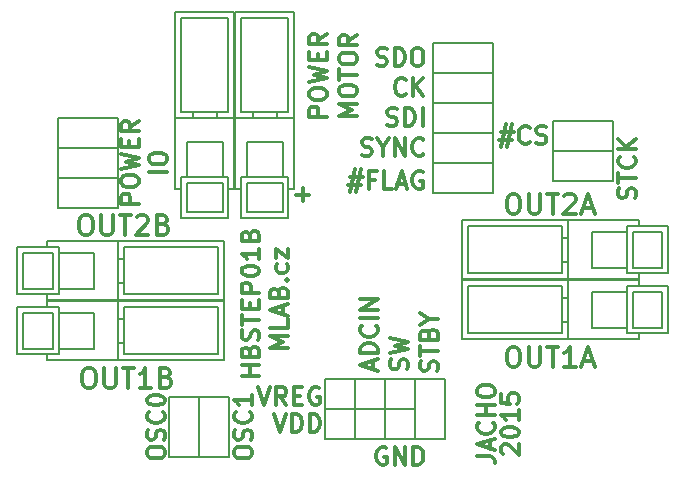
<source format=gbr>
G04 #@! TF.FileFunction,Legend,Top*
%FSLAX46Y46*%
G04 Gerber Fmt 4.6, Leading zero omitted, Abs format (unit mm)*
G04 Created by KiCad (PCBNEW 0.201503251001+5534~22~ubuntu14.04.1-product) date Čt 26. březen 2015, 00:04:57 CET*
%MOMM*%
G01*
G04 APERTURE LIST*
%ADD10C,0.300000*%
%ADD11C,0.150000*%
G04 APERTURE END LIST*
D10*
X30726286Y33246286D02*
X30654857Y33174857D01*
X30440571Y33103429D01*
X30297714Y33103429D01*
X30083429Y33174857D01*
X29940571Y33317714D01*
X29869143Y33460571D01*
X29797714Y33746286D01*
X29797714Y33960571D01*
X29869143Y34246286D01*
X29940571Y34389143D01*
X30083429Y34532000D01*
X30297714Y34603429D01*
X30440571Y34603429D01*
X30654857Y34532000D01*
X30726286Y34460571D01*
X31369143Y33103429D02*
X31369143Y34603429D01*
X32226286Y33103429D02*
X31583429Y33960571D01*
X32226286Y34603429D02*
X31369143Y33746286D01*
X16196571Y2758572D02*
X16196571Y3044286D01*
X16268000Y3187144D01*
X16410857Y3330001D01*
X16696571Y3401429D01*
X17196571Y3401429D01*
X17482286Y3330001D01*
X17625143Y3187144D01*
X17696571Y3044286D01*
X17696571Y2758572D01*
X17625143Y2615715D01*
X17482286Y2472858D01*
X17196571Y2401429D01*
X16696571Y2401429D01*
X16410857Y2472858D01*
X16268000Y2615715D01*
X16196571Y2758572D01*
X17625143Y3972858D02*
X17696571Y4187144D01*
X17696571Y4544287D01*
X17625143Y4687144D01*
X17553714Y4758573D01*
X17410857Y4830001D01*
X17268000Y4830001D01*
X17125143Y4758573D01*
X17053714Y4687144D01*
X16982286Y4544287D01*
X16910857Y4258573D01*
X16839429Y4115715D01*
X16768000Y4044287D01*
X16625143Y3972858D01*
X16482286Y3972858D01*
X16339429Y4044287D01*
X16268000Y4115715D01*
X16196571Y4258573D01*
X16196571Y4615715D01*
X16268000Y4830001D01*
X17553714Y6330001D02*
X17625143Y6258572D01*
X17696571Y6044286D01*
X17696571Y5901429D01*
X17625143Y5687144D01*
X17482286Y5544286D01*
X17339429Y5472858D01*
X17053714Y5401429D01*
X16839429Y5401429D01*
X16553714Y5472858D01*
X16410857Y5544286D01*
X16268000Y5687144D01*
X16196571Y5901429D01*
X16196571Y6044286D01*
X16268000Y6258572D01*
X16339429Y6330001D01*
X17696571Y7758572D02*
X17696571Y6901429D01*
X17696571Y7330001D02*
X16196571Y7330001D01*
X16410857Y7187144D01*
X16553714Y7044286D01*
X16625143Y6901429D01*
X8830571Y2758572D02*
X8830571Y3044286D01*
X8902000Y3187144D01*
X9044857Y3330001D01*
X9330571Y3401429D01*
X9830571Y3401429D01*
X10116286Y3330001D01*
X10259143Y3187144D01*
X10330571Y3044286D01*
X10330571Y2758572D01*
X10259143Y2615715D01*
X10116286Y2472858D01*
X9830571Y2401429D01*
X9330571Y2401429D01*
X9044857Y2472858D01*
X8902000Y2615715D01*
X8830571Y2758572D01*
X10259143Y3972858D02*
X10330571Y4187144D01*
X10330571Y4544287D01*
X10259143Y4687144D01*
X10187714Y4758573D01*
X10044857Y4830001D01*
X9902000Y4830001D01*
X9759143Y4758573D01*
X9687714Y4687144D01*
X9616286Y4544287D01*
X9544857Y4258573D01*
X9473429Y4115715D01*
X9402000Y4044287D01*
X9259143Y3972858D01*
X9116286Y3972858D01*
X8973429Y4044287D01*
X8902000Y4115715D01*
X8830571Y4258573D01*
X8830571Y4615715D01*
X8902000Y4830001D01*
X10187714Y6330001D02*
X10259143Y6258572D01*
X10330571Y6044286D01*
X10330571Y5901429D01*
X10259143Y5687144D01*
X10116286Y5544286D01*
X9973429Y5472858D01*
X9687714Y5401429D01*
X9473429Y5401429D01*
X9187714Y5472858D01*
X9044857Y5544286D01*
X8902000Y5687144D01*
X8830571Y5901429D01*
X8830571Y6044286D01*
X8902000Y6258572D01*
X8973429Y6330001D01*
X8830571Y7258572D02*
X8830571Y7401429D01*
X8902000Y7544286D01*
X8973429Y7615715D01*
X9116286Y7687144D01*
X9402000Y7758572D01*
X9759143Y7758572D01*
X10044857Y7687144D01*
X10187714Y7615715D01*
X10259143Y7544286D01*
X10330571Y7401429D01*
X10330571Y7258572D01*
X10259143Y7115715D01*
X10187714Y7044286D01*
X10044857Y6972858D01*
X9759143Y6901429D01*
X9402000Y6901429D01*
X9116286Y6972858D01*
X8973429Y7044286D01*
X8902000Y7115715D01*
X8830571Y7258572D01*
X36770571Y2584000D02*
X37842000Y2584000D01*
X38056286Y2512572D01*
X38199143Y2369715D01*
X38270571Y2155429D01*
X38270571Y2012572D01*
X37842000Y3226857D02*
X37842000Y3941143D01*
X38270571Y3084000D02*
X36770571Y3584000D01*
X38270571Y4084000D01*
X38127714Y5441143D02*
X38199143Y5369714D01*
X38270571Y5155428D01*
X38270571Y5012571D01*
X38199143Y4798286D01*
X38056286Y4655428D01*
X37913429Y4584000D01*
X37627714Y4512571D01*
X37413429Y4512571D01*
X37127714Y4584000D01*
X36984857Y4655428D01*
X36842000Y4798286D01*
X36770571Y5012571D01*
X36770571Y5155428D01*
X36842000Y5369714D01*
X36913429Y5441143D01*
X38270571Y6084000D02*
X36770571Y6084000D01*
X37484857Y6084000D02*
X37484857Y6941143D01*
X38270571Y6941143D02*
X36770571Y6941143D01*
X36770571Y7941143D02*
X36770571Y8226857D01*
X36842000Y8369715D01*
X36984857Y8512572D01*
X37270571Y8584000D01*
X37770571Y8584000D01*
X38056286Y8512572D01*
X38199143Y8369715D01*
X38270571Y8226857D01*
X38270571Y7941143D01*
X38199143Y7798286D01*
X38056286Y7655429D01*
X37770571Y7584000D01*
X37270571Y7584000D01*
X36984857Y7655429D01*
X36842000Y7798286D01*
X36770571Y7941143D01*
X38945429Y2762572D02*
X38874000Y2834001D01*
X38802571Y2976858D01*
X38802571Y3334001D01*
X38874000Y3476858D01*
X38945429Y3548287D01*
X39088286Y3619715D01*
X39231143Y3619715D01*
X39445429Y3548287D01*
X40302571Y2691144D01*
X40302571Y3619715D01*
X38802571Y4548286D02*
X38802571Y4691143D01*
X38874000Y4834000D01*
X38945429Y4905429D01*
X39088286Y4976858D01*
X39374000Y5048286D01*
X39731143Y5048286D01*
X40016857Y4976858D01*
X40159714Y4905429D01*
X40231143Y4834000D01*
X40302571Y4691143D01*
X40302571Y4548286D01*
X40231143Y4405429D01*
X40159714Y4334000D01*
X40016857Y4262572D01*
X39731143Y4191143D01*
X39374000Y4191143D01*
X39088286Y4262572D01*
X38945429Y4334000D01*
X38874000Y4405429D01*
X38802571Y4548286D01*
X40302571Y6476857D02*
X40302571Y5619714D01*
X40302571Y6048286D02*
X38802571Y6048286D01*
X39016857Y5905429D01*
X39159714Y5762571D01*
X39231143Y5619714D01*
X38802571Y7834000D02*
X38802571Y7119714D01*
X39516857Y7048285D01*
X39445429Y7119714D01*
X39374000Y7262571D01*
X39374000Y7619714D01*
X39445429Y7762571D01*
X39516857Y7834000D01*
X39659714Y7905428D01*
X40016857Y7905428D01*
X40159714Y7834000D01*
X40231143Y7762571D01*
X40302571Y7619714D01*
X40302571Y7262571D01*
X40231143Y7119714D01*
X40159714Y7048285D01*
X18331571Y9422572D02*
X16831571Y9422572D01*
X17545857Y9422572D02*
X17545857Y10279715D01*
X18331571Y10279715D02*
X16831571Y10279715D01*
X17545857Y11494001D02*
X17617286Y11708287D01*
X17688714Y11779715D01*
X17831571Y11851144D01*
X18045857Y11851144D01*
X18188714Y11779715D01*
X18260143Y11708287D01*
X18331571Y11565429D01*
X18331571Y10994001D01*
X16831571Y10994001D01*
X16831571Y11494001D01*
X16903000Y11636858D01*
X16974429Y11708287D01*
X17117286Y11779715D01*
X17260143Y11779715D01*
X17403000Y11708287D01*
X17474429Y11636858D01*
X17545857Y11494001D01*
X17545857Y10994001D01*
X18260143Y12422572D02*
X18331571Y12636858D01*
X18331571Y12994001D01*
X18260143Y13136858D01*
X18188714Y13208287D01*
X18045857Y13279715D01*
X17903000Y13279715D01*
X17760143Y13208287D01*
X17688714Y13136858D01*
X17617286Y12994001D01*
X17545857Y12708287D01*
X17474429Y12565429D01*
X17403000Y12494001D01*
X17260143Y12422572D01*
X17117286Y12422572D01*
X16974429Y12494001D01*
X16903000Y12565429D01*
X16831571Y12708287D01*
X16831571Y13065429D01*
X16903000Y13279715D01*
X16831571Y13708286D02*
X16831571Y14565429D01*
X18331571Y14136858D02*
X16831571Y14136858D01*
X17545857Y15065429D02*
X17545857Y15565429D01*
X18331571Y15779715D02*
X18331571Y15065429D01*
X16831571Y15065429D01*
X16831571Y15779715D01*
X18331571Y16422572D02*
X16831571Y16422572D01*
X16831571Y16994000D01*
X16903000Y17136858D01*
X16974429Y17208286D01*
X17117286Y17279715D01*
X17331571Y17279715D01*
X17474429Y17208286D01*
X17545857Y17136858D01*
X17617286Y16994000D01*
X17617286Y16422572D01*
X16831571Y18208286D02*
X16831571Y18351143D01*
X16903000Y18494000D01*
X16974429Y18565429D01*
X17117286Y18636858D01*
X17403000Y18708286D01*
X17760143Y18708286D01*
X18045857Y18636858D01*
X18188714Y18565429D01*
X18260143Y18494000D01*
X18331571Y18351143D01*
X18331571Y18208286D01*
X18260143Y18065429D01*
X18188714Y17994000D01*
X18045857Y17922572D01*
X17760143Y17851143D01*
X17403000Y17851143D01*
X17117286Y17922572D01*
X16974429Y17994000D01*
X16903000Y18065429D01*
X16831571Y18208286D01*
X18331571Y20136857D02*
X18331571Y19279714D01*
X18331571Y19708286D02*
X16831571Y19708286D01*
X17045857Y19565429D01*
X17188714Y19422571D01*
X17260143Y19279714D01*
X17545857Y21279714D02*
X17617286Y21494000D01*
X17688714Y21565428D01*
X17831571Y21636857D01*
X18045857Y21636857D01*
X18188714Y21565428D01*
X18260143Y21494000D01*
X18331571Y21351142D01*
X18331571Y20779714D01*
X16831571Y20779714D01*
X16831571Y21279714D01*
X16903000Y21422571D01*
X16974429Y21494000D01*
X17117286Y21565428D01*
X17260143Y21565428D01*
X17403000Y21494000D01*
X17474429Y21422571D01*
X17545857Y21279714D01*
X17545857Y20779714D01*
X20744571Y11767857D02*
X19244571Y11767857D01*
X20316000Y12267857D01*
X19244571Y12767857D01*
X20744571Y12767857D01*
X20744571Y14196429D02*
X20744571Y13482143D01*
X19244571Y13482143D01*
X20316000Y14625000D02*
X20316000Y15339286D01*
X20744571Y14482143D02*
X19244571Y14982143D01*
X20744571Y15482143D01*
X19958857Y16482143D02*
X20030286Y16696429D01*
X20101714Y16767857D01*
X20244571Y16839286D01*
X20458857Y16839286D01*
X20601714Y16767857D01*
X20673143Y16696429D01*
X20744571Y16553571D01*
X20744571Y15982143D01*
X19244571Y15982143D01*
X19244571Y16482143D01*
X19316000Y16625000D01*
X19387429Y16696429D01*
X19530286Y16767857D01*
X19673143Y16767857D01*
X19816000Y16696429D01*
X19887429Y16625000D01*
X19958857Y16482143D01*
X19958857Y15982143D01*
X20601714Y17482143D02*
X20673143Y17553571D01*
X20744571Y17482143D01*
X20673143Y17410714D01*
X20601714Y17482143D01*
X20744571Y17482143D01*
X20673143Y18839286D02*
X20744571Y18696429D01*
X20744571Y18410715D01*
X20673143Y18267857D01*
X20601714Y18196429D01*
X20458857Y18125000D01*
X20030286Y18125000D01*
X19887429Y18196429D01*
X19816000Y18267857D01*
X19744571Y18410715D01*
X19744571Y18696429D01*
X19816000Y18839286D01*
X19744571Y19339286D02*
X19744571Y20125000D01*
X20744571Y19339286D01*
X20744571Y20125000D01*
X29083143Y3290000D02*
X28940286Y3361429D01*
X28726000Y3361429D01*
X28511715Y3290000D01*
X28368857Y3147143D01*
X28297429Y3004286D01*
X28226000Y2718571D01*
X28226000Y2504286D01*
X28297429Y2218571D01*
X28368857Y2075714D01*
X28511715Y1932857D01*
X28726000Y1861429D01*
X28868857Y1861429D01*
X29083143Y1932857D01*
X29154572Y2004286D01*
X29154572Y2504286D01*
X28868857Y2504286D01*
X29797429Y1861429D02*
X29797429Y3361429D01*
X30654572Y1861429D01*
X30654572Y3361429D01*
X31368858Y1861429D02*
X31368858Y3361429D01*
X31726001Y3361429D01*
X31940286Y3290000D01*
X32083144Y3147143D01*
X32154572Y3004286D01*
X32226001Y2718571D01*
X32226001Y2504286D01*
X32154572Y2218571D01*
X32083144Y2075714D01*
X31940286Y1932857D01*
X31726001Y1861429D01*
X31368858Y1861429D01*
X33373143Y9799143D02*
X33444571Y10013429D01*
X33444571Y10370572D01*
X33373143Y10513429D01*
X33301714Y10584858D01*
X33158857Y10656286D01*
X33016000Y10656286D01*
X32873143Y10584858D01*
X32801714Y10513429D01*
X32730286Y10370572D01*
X32658857Y10084858D01*
X32587429Y9942000D01*
X32516000Y9870572D01*
X32373143Y9799143D01*
X32230286Y9799143D01*
X32087429Y9870572D01*
X32016000Y9942000D01*
X31944571Y10084858D01*
X31944571Y10442000D01*
X32016000Y10656286D01*
X31944571Y11084857D02*
X31944571Y11942000D01*
X33444571Y11513429D02*
X31944571Y11513429D01*
X32658857Y12942000D02*
X32730286Y13156286D01*
X32801714Y13227714D01*
X32944571Y13299143D01*
X33158857Y13299143D01*
X33301714Y13227714D01*
X33373143Y13156286D01*
X33444571Y13013428D01*
X33444571Y12442000D01*
X31944571Y12442000D01*
X31944571Y12942000D01*
X32016000Y13084857D01*
X32087429Y13156286D01*
X32230286Y13227714D01*
X32373143Y13227714D01*
X32516000Y13156286D01*
X32587429Y13084857D01*
X32658857Y12942000D01*
X32658857Y12442000D01*
X32730286Y14227714D02*
X33444571Y14227714D01*
X31944571Y13727714D02*
X32730286Y14227714D01*
X31944571Y14727714D01*
X30833143Y9937714D02*
X30904571Y10152000D01*
X30904571Y10509143D01*
X30833143Y10652000D01*
X30761714Y10723429D01*
X30618857Y10794857D01*
X30476000Y10794857D01*
X30333143Y10723429D01*
X30261714Y10652000D01*
X30190286Y10509143D01*
X30118857Y10223429D01*
X30047429Y10080571D01*
X29976000Y10009143D01*
X29833143Y9937714D01*
X29690286Y9937714D01*
X29547429Y10009143D01*
X29476000Y10080571D01*
X29404571Y10223429D01*
X29404571Y10580571D01*
X29476000Y10794857D01*
X29404571Y11294857D02*
X30904571Y11652000D01*
X29833143Y11937714D01*
X30904571Y12223428D01*
X29404571Y12580571D01*
X27936000Y9937714D02*
X27936000Y10652000D01*
X28364571Y9794857D02*
X26864571Y10294857D01*
X28364571Y10794857D01*
X28364571Y11294857D02*
X26864571Y11294857D01*
X26864571Y11652000D01*
X26936000Y11866285D01*
X27078857Y12009143D01*
X27221714Y12080571D01*
X27507429Y12152000D01*
X27721714Y12152000D01*
X28007429Y12080571D01*
X28150286Y12009143D01*
X28293143Y11866285D01*
X28364571Y11652000D01*
X28364571Y11294857D01*
X28221714Y13652000D02*
X28293143Y13580571D01*
X28364571Y13366285D01*
X28364571Y13223428D01*
X28293143Y13009143D01*
X28150286Y12866285D01*
X28007429Y12794857D01*
X27721714Y12723428D01*
X27507429Y12723428D01*
X27221714Y12794857D01*
X27078857Y12866285D01*
X26936000Y13009143D01*
X26864571Y13223428D01*
X26864571Y13366285D01*
X26936000Y13580571D01*
X27007429Y13652000D01*
X28364571Y14294857D02*
X26864571Y14294857D01*
X28364571Y15009143D02*
X26864571Y15009143D01*
X28364571Y15866286D01*
X26864571Y15866286D01*
X18249000Y8441429D02*
X18749000Y6941429D01*
X19249000Y8441429D01*
X20606143Y6941429D02*
X20106143Y7655714D01*
X19749000Y6941429D02*
X19749000Y8441429D01*
X20320428Y8441429D01*
X20463286Y8370000D01*
X20534714Y8298571D01*
X20606143Y8155714D01*
X20606143Y7941429D01*
X20534714Y7798571D01*
X20463286Y7727143D01*
X20320428Y7655714D01*
X19749000Y7655714D01*
X21249000Y7727143D02*
X21749000Y7727143D01*
X21963286Y6941429D02*
X21249000Y6941429D01*
X21249000Y8441429D01*
X21963286Y8441429D01*
X23391857Y8370000D02*
X23249000Y8441429D01*
X23034714Y8441429D01*
X22820429Y8370000D01*
X22677571Y8227143D01*
X22606143Y8084286D01*
X22534714Y7798571D01*
X22534714Y7584286D01*
X22606143Y7298571D01*
X22677571Y7155714D01*
X22820429Y7012857D01*
X23034714Y6941429D01*
X23177571Y6941429D01*
X23391857Y7012857D01*
X23463286Y7084286D01*
X23463286Y7584286D01*
X23177571Y7584286D01*
X19606143Y6155429D02*
X20106143Y4655429D01*
X20606143Y6155429D01*
X21106143Y4655429D02*
X21106143Y6155429D01*
X21463286Y6155429D01*
X21677571Y6084000D01*
X21820429Y5941143D01*
X21891857Y5798286D01*
X21963286Y5512571D01*
X21963286Y5298286D01*
X21891857Y5012571D01*
X21820429Y4869714D01*
X21677571Y4726857D01*
X21463286Y4655429D01*
X21106143Y4655429D01*
X22606143Y4655429D02*
X22606143Y6155429D01*
X22963286Y6155429D01*
X23177571Y6084000D01*
X23320429Y5941143D01*
X23391857Y5798286D01*
X23463286Y5512571D01*
X23463286Y5298286D01*
X23391857Y5012571D01*
X23320429Y4869714D01*
X23177571Y4726857D01*
X22963286Y4655429D01*
X22606143Y4655429D01*
X26012000Y26229429D02*
X27083429Y26229429D01*
X26440572Y26872286D02*
X26012000Y24943714D01*
X26940572Y25586571D02*
X25869143Y25586571D01*
X26512000Y24943714D02*
X26940572Y26872286D01*
X28083429Y26015143D02*
X27583429Y26015143D01*
X27583429Y25229429D02*
X27583429Y26729429D01*
X28297715Y26729429D01*
X29583429Y25229429D02*
X28869143Y25229429D01*
X28869143Y26729429D01*
X30012000Y25658000D02*
X30726286Y25658000D01*
X29869143Y25229429D02*
X30369143Y26729429D01*
X30869143Y25229429D01*
X32154857Y26658000D02*
X32012000Y26729429D01*
X31797714Y26729429D01*
X31583429Y26658000D01*
X31440571Y26515143D01*
X31369143Y26372286D01*
X31297714Y26086571D01*
X31297714Y25872286D01*
X31369143Y25586571D01*
X31440571Y25443714D01*
X31583429Y25300857D01*
X31797714Y25229429D01*
X31940571Y25229429D01*
X32154857Y25300857D01*
X32226286Y25372286D01*
X32226286Y25872286D01*
X31940571Y25872286D01*
X27012000Y28094857D02*
X27226286Y28023429D01*
X27583429Y28023429D01*
X27726286Y28094857D01*
X27797715Y28166286D01*
X27869143Y28309143D01*
X27869143Y28452000D01*
X27797715Y28594857D01*
X27726286Y28666286D01*
X27583429Y28737714D01*
X27297715Y28809143D01*
X27154857Y28880571D01*
X27083429Y28952000D01*
X27012000Y29094857D01*
X27012000Y29237714D01*
X27083429Y29380571D01*
X27154857Y29452000D01*
X27297715Y29523429D01*
X27654857Y29523429D01*
X27869143Y29452000D01*
X28797714Y28737714D02*
X28797714Y28023429D01*
X28297714Y29523429D02*
X28797714Y28737714D01*
X29297714Y29523429D01*
X29797714Y28023429D02*
X29797714Y29523429D01*
X30654857Y28023429D01*
X30654857Y29523429D01*
X32226286Y28166286D02*
X32154857Y28094857D01*
X31940571Y28023429D01*
X31797714Y28023429D01*
X31583429Y28094857D01*
X31440571Y28237714D01*
X31369143Y28380571D01*
X31297714Y28666286D01*
X31297714Y28880571D01*
X31369143Y29166286D01*
X31440571Y29309143D01*
X31583429Y29452000D01*
X31797714Y29523429D01*
X31940571Y29523429D01*
X32154857Y29452000D01*
X32226286Y29380571D01*
X29154857Y30634857D02*
X29369143Y30563429D01*
X29726286Y30563429D01*
X29869143Y30634857D01*
X29940572Y30706286D01*
X30012000Y30849143D01*
X30012000Y30992000D01*
X29940572Y31134857D01*
X29869143Y31206286D01*
X29726286Y31277714D01*
X29440572Y31349143D01*
X29297714Y31420571D01*
X29226286Y31492000D01*
X29154857Y31634857D01*
X29154857Y31777714D01*
X29226286Y31920571D01*
X29297714Y31992000D01*
X29440572Y32063429D01*
X29797714Y32063429D01*
X30012000Y31992000D01*
X30654857Y30563429D02*
X30654857Y32063429D01*
X31012000Y32063429D01*
X31226285Y31992000D01*
X31369143Y31849143D01*
X31440571Y31706286D01*
X31512000Y31420571D01*
X31512000Y31206286D01*
X31440571Y30920571D01*
X31369143Y30777714D01*
X31226285Y30634857D01*
X31012000Y30563429D01*
X30654857Y30563429D01*
X32154857Y30563429D02*
X32154857Y32063429D01*
X28297714Y35714857D02*
X28512000Y35643429D01*
X28869143Y35643429D01*
X29012000Y35714857D01*
X29083429Y35786286D01*
X29154857Y35929143D01*
X29154857Y36072000D01*
X29083429Y36214857D01*
X29012000Y36286286D01*
X28869143Y36357714D01*
X28583429Y36429143D01*
X28440571Y36500571D01*
X28369143Y36572000D01*
X28297714Y36714857D01*
X28297714Y36857714D01*
X28369143Y37000571D01*
X28440571Y37072000D01*
X28583429Y37143429D01*
X28940571Y37143429D01*
X29154857Y37072000D01*
X29797714Y35643429D02*
X29797714Y37143429D01*
X30154857Y37143429D01*
X30369142Y37072000D01*
X30512000Y36929143D01*
X30583428Y36786286D01*
X30654857Y36500571D01*
X30654857Y36286286D01*
X30583428Y36000571D01*
X30512000Y35857714D01*
X30369142Y35714857D01*
X30154857Y35643429D01*
X29797714Y35643429D01*
X31583428Y37143429D02*
X31869142Y37143429D01*
X32012000Y37072000D01*
X32154857Y36929143D01*
X32226285Y36643429D01*
X32226285Y36143429D01*
X32154857Y35857714D01*
X32012000Y35714857D01*
X31869142Y35643429D01*
X31583428Y35643429D01*
X31440571Y35714857D01*
X31297714Y35857714D01*
X31226285Y36143429D01*
X31226285Y36643429D01*
X31297714Y36929143D01*
X31440571Y37072000D01*
X31583428Y37143429D01*
X50137143Y24432286D02*
X50208571Y24646572D01*
X50208571Y25003715D01*
X50137143Y25146572D01*
X50065714Y25218001D01*
X49922857Y25289429D01*
X49780000Y25289429D01*
X49637143Y25218001D01*
X49565714Y25146572D01*
X49494286Y25003715D01*
X49422857Y24718001D01*
X49351429Y24575143D01*
X49280000Y24503715D01*
X49137143Y24432286D01*
X48994286Y24432286D01*
X48851429Y24503715D01*
X48780000Y24575143D01*
X48708571Y24718001D01*
X48708571Y25075143D01*
X48780000Y25289429D01*
X48708571Y25718000D02*
X48708571Y26575143D01*
X50208571Y26146572D02*
X48708571Y26146572D01*
X50065714Y27932286D02*
X50137143Y27860857D01*
X50208571Y27646571D01*
X50208571Y27503714D01*
X50137143Y27289429D01*
X49994286Y27146571D01*
X49851429Y27075143D01*
X49565714Y27003714D01*
X49351429Y27003714D01*
X49065714Y27075143D01*
X48922857Y27146571D01*
X48780000Y27289429D01*
X48708571Y27503714D01*
X48708571Y27646571D01*
X48780000Y27860857D01*
X48851429Y27932286D01*
X50208571Y28575143D02*
X48708571Y28575143D01*
X50208571Y29432286D02*
X49351429Y28789429D01*
X48708571Y29432286D02*
X49565714Y28575143D01*
X38783143Y30039429D02*
X39854572Y30039429D01*
X39211715Y30682286D02*
X38783143Y28753714D01*
X39711715Y29396571D02*
X38640286Y29396571D01*
X39283143Y28753714D02*
X39711715Y30682286D01*
X41211715Y29182286D02*
X41140286Y29110857D01*
X40926000Y29039429D01*
X40783143Y29039429D01*
X40568858Y29110857D01*
X40426000Y29253714D01*
X40354572Y29396571D01*
X40283143Y29682286D01*
X40283143Y29896571D01*
X40354572Y30182286D01*
X40426000Y30325143D01*
X40568858Y30468000D01*
X40783143Y30539429D01*
X40926000Y30539429D01*
X41140286Y30468000D01*
X41211715Y30396571D01*
X41783143Y29110857D02*
X41997429Y29039429D01*
X42354572Y29039429D01*
X42497429Y29110857D01*
X42568858Y29182286D01*
X42640286Y29325143D01*
X42640286Y29468000D01*
X42568858Y29610857D01*
X42497429Y29682286D01*
X42354572Y29753714D01*
X42068858Y29825143D01*
X41926000Y29896571D01*
X41854572Y29968000D01*
X41783143Y30110857D01*
X41783143Y30253714D01*
X41854572Y30396571D01*
X41926000Y30468000D01*
X42068858Y30539429D01*
X42426000Y30539429D01*
X42640286Y30468000D01*
X26586571Y31405143D02*
X25086571Y31405143D01*
X26158000Y31905143D01*
X25086571Y32405143D01*
X26586571Y32405143D01*
X25086571Y33405143D02*
X25086571Y33690857D01*
X25158000Y33833715D01*
X25300857Y33976572D01*
X25586571Y34048000D01*
X26086571Y34048000D01*
X26372286Y33976572D01*
X26515143Y33833715D01*
X26586571Y33690857D01*
X26586571Y33405143D01*
X26515143Y33262286D01*
X26372286Y33119429D01*
X26086571Y33048000D01*
X25586571Y33048000D01*
X25300857Y33119429D01*
X25158000Y33262286D01*
X25086571Y33405143D01*
X25086571Y34476572D02*
X25086571Y35333715D01*
X26586571Y34905144D02*
X25086571Y34905144D01*
X25086571Y36119429D02*
X25086571Y36405143D01*
X25158000Y36548001D01*
X25300857Y36690858D01*
X25586571Y36762286D01*
X26086571Y36762286D01*
X26372286Y36690858D01*
X26515143Y36548001D01*
X26586571Y36405143D01*
X26586571Y36119429D01*
X26515143Y35976572D01*
X26372286Y35833715D01*
X26086571Y35762286D01*
X25586571Y35762286D01*
X25300857Y35833715D01*
X25158000Y35976572D01*
X25086571Y36119429D01*
X26586571Y38262287D02*
X25872286Y37762287D01*
X26586571Y37405144D02*
X25086571Y37405144D01*
X25086571Y37976572D01*
X25158000Y38119430D01*
X25229429Y38190858D01*
X25372286Y38262287D01*
X25586571Y38262287D01*
X25729429Y38190858D01*
X25800857Y38119430D01*
X25872286Y37976572D01*
X25872286Y37405144D01*
X24046571Y31333714D02*
X22546571Y31333714D01*
X22546571Y31905142D01*
X22618000Y32048000D01*
X22689429Y32119428D01*
X22832286Y32190857D01*
X23046571Y32190857D01*
X23189429Y32119428D01*
X23260857Y32048000D01*
X23332286Y31905142D01*
X23332286Y31333714D01*
X22546571Y33119428D02*
X22546571Y33405142D01*
X22618000Y33548000D01*
X22760857Y33690857D01*
X23046571Y33762285D01*
X23546571Y33762285D01*
X23832286Y33690857D01*
X23975143Y33548000D01*
X24046571Y33405142D01*
X24046571Y33119428D01*
X23975143Y32976571D01*
X23832286Y32833714D01*
X23546571Y32762285D01*
X23046571Y32762285D01*
X22760857Y32833714D01*
X22618000Y32976571D01*
X22546571Y33119428D01*
X22546571Y34262286D02*
X24046571Y34619429D01*
X22975143Y34905143D01*
X24046571Y35190857D01*
X22546571Y35548000D01*
X23260857Y36119429D02*
X23260857Y36619429D01*
X24046571Y36833715D02*
X24046571Y36119429D01*
X22546571Y36119429D01*
X22546571Y36833715D01*
X24046571Y38333715D02*
X23332286Y37833715D01*
X24046571Y37476572D02*
X22546571Y37476572D01*
X22546571Y38048000D01*
X22618000Y38190858D01*
X22689429Y38262286D01*
X22832286Y38333715D01*
X23046571Y38333715D01*
X23189429Y38262286D01*
X23260857Y38190858D01*
X23332286Y38048000D01*
X23332286Y37476572D01*
X8114571Y23967714D02*
X6614571Y23967714D01*
X6614571Y24539142D01*
X6686000Y24682000D01*
X6757429Y24753428D01*
X6900286Y24824857D01*
X7114571Y24824857D01*
X7257429Y24753428D01*
X7328857Y24682000D01*
X7400286Y24539142D01*
X7400286Y23967714D01*
X6614571Y25753428D02*
X6614571Y26039142D01*
X6686000Y26182000D01*
X6828857Y26324857D01*
X7114571Y26396285D01*
X7614571Y26396285D01*
X7900286Y26324857D01*
X8043143Y26182000D01*
X8114571Y26039142D01*
X8114571Y25753428D01*
X8043143Y25610571D01*
X7900286Y25467714D01*
X7614571Y25396285D01*
X7114571Y25396285D01*
X6828857Y25467714D01*
X6686000Y25610571D01*
X6614571Y25753428D01*
X6614571Y26896286D02*
X8114571Y27253429D01*
X7043143Y27539143D01*
X8114571Y27824857D01*
X6614571Y28182000D01*
X7328857Y28753429D02*
X7328857Y29253429D01*
X8114571Y29467715D02*
X8114571Y28753429D01*
X6614571Y28753429D01*
X6614571Y29467715D01*
X8114571Y30967715D02*
X7400286Y30467715D01*
X8114571Y30110572D02*
X6614571Y30110572D01*
X6614571Y30682000D01*
X6686000Y30824858D01*
X6757429Y30896286D01*
X6900286Y30967715D01*
X7114571Y30967715D01*
X7257429Y30896286D01*
X7328857Y30824858D01*
X7400286Y30682000D01*
X7400286Y30110572D01*
X10514571Y26646286D02*
X9014571Y26646286D01*
X9014571Y27646286D02*
X9014571Y27932000D01*
X9086000Y28074858D01*
X9228857Y28217715D01*
X9514571Y28289143D01*
X10014571Y28289143D01*
X10300286Y28217715D01*
X10443143Y28074858D01*
X10514571Y27932000D01*
X10514571Y27646286D01*
X10443143Y27503429D01*
X10300286Y27360572D01*
X10014571Y27289143D01*
X9514571Y27289143D01*
X9228857Y27360572D01*
X9086000Y27503429D01*
X9014571Y27646286D01*
X22567828Y24734057D02*
X21424971Y24734057D01*
X21996400Y24162629D02*
X21996400Y25305486D01*
X3752476Y10074952D02*
X4076286Y10074952D01*
X4238191Y9994000D01*
X4400095Y9832095D01*
X4481048Y9508286D01*
X4481048Y8941619D01*
X4400095Y8617810D01*
X4238191Y8455905D01*
X4076286Y8374952D01*
X3752476Y8374952D01*
X3590572Y8455905D01*
X3428667Y8617810D01*
X3347715Y8941619D01*
X3347715Y9508286D01*
X3428667Y9832095D01*
X3590572Y9994000D01*
X3752476Y10074952D01*
X5209619Y10074952D02*
X5209619Y8698762D01*
X5290571Y8536857D01*
X5371524Y8455905D01*
X5533428Y8374952D01*
X5857238Y8374952D01*
X6019143Y8455905D01*
X6100095Y8536857D01*
X6181047Y8698762D01*
X6181047Y10074952D01*
X6747714Y10074952D02*
X7719142Y10074952D01*
X7233428Y8374952D02*
X7233428Y10074952D01*
X9176285Y8374952D02*
X8204857Y8374952D01*
X8690571Y8374952D02*
X8690571Y10074952D01*
X8528666Y9832095D01*
X8366761Y9670190D01*
X8204857Y9589238D01*
X10471524Y9265429D02*
X10714381Y9184476D01*
X10795333Y9103524D01*
X10876285Y8941619D01*
X10876285Y8698762D01*
X10795333Y8536857D01*
X10714381Y8455905D01*
X10552476Y8374952D01*
X9904857Y8374952D01*
X9904857Y10074952D01*
X10471524Y10074952D01*
X10633428Y9994000D01*
X10714381Y9913048D01*
X10795333Y9751143D01*
X10795333Y9589238D01*
X10714381Y9427333D01*
X10633428Y9346381D01*
X10471524Y9265429D01*
X9904857Y9265429D01*
X3498476Y23028952D02*
X3822286Y23028952D01*
X3984191Y22948000D01*
X4146095Y22786095D01*
X4227048Y22462286D01*
X4227048Y21895619D01*
X4146095Y21571810D01*
X3984191Y21409905D01*
X3822286Y21328952D01*
X3498476Y21328952D01*
X3336572Y21409905D01*
X3174667Y21571810D01*
X3093715Y21895619D01*
X3093715Y22462286D01*
X3174667Y22786095D01*
X3336572Y22948000D01*
X3498476Y23028952D01*
X4955619Y23028952D02*
X4955619Y21652762D01*
X5036571Y21490857D01*
X5117524Y21409905D01*
X5279428Y21328952D01*
X5603238Y21328952D01*
X5765143Y21409905D01*
X5846095Y21490857D01*
X5927047Y21652762D01*
X5927047Y23028952D01*
X6493714Y23028952D02*
X7465142Y23028952D01*
X6979428Y21328952D02*
X6979428Y23028952D01*
X7950857Y22867048D02*
X8031809Y22948000D01*
X8193714Y23028952D01*
X8598476Y23028952D01*
X8760380Y22948000D01*
X8841333Y22867048D01*
X8922285Y22705143D01*
X8922285Y22543238D01*
X8841333Y22300381D01*
X7869904Y21328952D01*
X8922285Y21328952D01*
X10217524Y22219429D02*
X10460381Y22138476D01*
X10541333Y22057524D01*
X10622285Y21895619D01*
X10622285Y21652762D01*
X10541333Y21490857D01*
X10460381Y21409905D01*
X10298476Y21328952D01*
X9650857Y21328952D01*
X9650857Y23028952D01*
X10217524Y23028952D01*
X10379428Y22948000D01*
X10460381Y22867048D01*
X10541333Y22705143D01*
X10541333Y22543238D01*
X10460381Y22381333D01*
X10379428Y22300381D01*
X10217524Y22219429D01*
X9650857Y22219429D01*
X39687905Y24806952D02*
X40011715Y24806952D01*
X40173620Y24726000D01*
X40335524Y24564095D01*
X40416477Y24240286D01*
X40416477Y23673619D01*
X40335524Y23349810D01*
X40173620Y23187905D01*
X40011715Y23106952D01*
X39687905Y23106952D01*
X39526001Y23187905D01*
X39364096Y23349810D01*
X39283144Y23673619D01*
X39283144Y24240286D01*
X39364096Y24564095D01*
X39526001Y24726000D01*
X39687905Y24806952D01*
X41145048Y24806952D02*
X41145048Y23430762D01*
X41226000Y23268857D01*
X41306953Y23187905D01*
X41468857Y23106952D01*
X41792667Y23106952D01*
X41954572Y23187905D01*
X42035524Y23268857D01*
X42116476Y23430762D01*
X42116476Y24806952D01*
X42683143Y24806952D02*
X43654571Y24806952D01*
X43168857Y23106952D02*
X43168857Y24806952D01*
X44140286Y24645048D02*
X44221238Y24726000D01*
X44383143Y24806952D01*
X44787905Y24806952D01*
X44949809Y24726000D01*
X45030762Y24645048D01*
X45111714Y24483143D01*
X45111714Y24321238D01*
X45030762Y24078381D01*
X44059333Y23106952D01*
X45111714Y23106952D01*
X45759334Y23592667D02*
X46568857Y23592667D01*
X45597429Y23106952D02*
X46164095Y24806952D01*
X46730762Y23106952D01*
X39687905Y11852952D02*
X40011715Y11852952D01*
X40173620Y11772000D01*
X40335524Y11610095D01*
X40416477Y11286286D01*
X40416477Y10719619D01*
X40335524Y10395810D01*
X40173620Y10233905D01*
X40011715Y10152952D01*
X39687905Y10152952D01*
X39526001Y10233905D01*
X39364096Y10395810D01*
X39283144Y10719619D01*
X39283144Y11286286D01*
X39364096Y11610095D01*
X39526001Y11772000D01*
X39687905Y11852952D01*
X41145048Y11852952D02*
X41145048Y10476762D01*
X41226000Y10314857D01*
X41306953Y10233905D01*
X41468857Y10152952D01*
X41792667Y10152952D01*
X41954572Y10233905D01*
X42035524Y10314857D01*
X42116476Y10476762D01*
X42116476Y11852952D01*
X42683143Y11852952D02*
X43654571Y11852952D01*
X43168857Y10152952D02*
X43168857Y11852952D01*
X45111714Y10152952D02*
X44140286Y10152952D01*
X44626000Y10152952D02*
X44626000Y11852952D01*
X44464095Y11610095D01*
X44302190Y11448190D01*
X44140286Y11367238D01*
X45759334Y10638667D02*
X46568857Y10638667D01*
X45597429Y10152952D02*
X46164095Y11852952D01*
X46730762Y10152952D01*
D11*
X11216000Y25226000D02*
X11716000Y25226000D01*
X15716000Y25226000D02*
X16216000Y25226000D01*
X11215900Y31226000D02*
X16216100Y31226000D01*
X11215900Y40226000D02*
X16216100Y40226000D01*
X12215000Y23226000D02*
X15217000Y23226000D01*
X12215000Y25725900D02*
X15217000Y25725900D01*
X15716000Y22725900D02*
X11716000Y22725900D01*
X15716000Y26226000D02*
X11716000Y26226000D01*
X12215900Y29226000D02*
X15216100Y29226000D01*
X15716000Y31726100D02*
X11716000Y31726100D01*
X11716000Y39726100D02*
X15716000Y39726100D01*
X12716000Y31726100D02*
X12716000Y31226000D01*
X12216000Y25725900D02*
X12216000Y23226000D01*
X11716000Y26226000D02*
X11716000Y22725900D01*
X14716000Y31726100D02*
X14716000Y31226000D01*
X15216000Y25725900D02*
X15216000Y23226000D01*
X15716000Y26226000D02*
X15716000Y22725000D01*
X12216000Y29226000D02*
X12216000Y26226000D01*
X11716000Y39726100D02*
X11716000Y31726100D01*
X11216000Y31226000D02*
X11216000Y25226000D01*
X15216000Y29226000D02*
X15216000Y26226000D01*
X15716000Y39726100D02*
X15716000Y31726100D01*
X16216000Y31226000D02*
X16216000Y25226000D01*
X11216000Y31226000D02*
X11216000Y40226000D01*
X16216000Y40226000D02*
X16216000Y31226000D01*
X16296000Y25226000D02*
X16796000Y25226000D01*
X20796000Y25226000D02*
X21296000Y25226000D01*
X16295900Y31226000D02*
X21296100Y31226000D01*
X16295900Y40226000D02*
X21296100Y40226000D01*
X17295000Y23226000D02*
X20297000Y23226000D01*
X17295000Y25725900D02*
X20297000Y25725900D01*
X20796000Y22725900D02*
X16796000Y22725900D01*
X20796000Y26226000D02*
X16796000Y26226000D01*
X17295900Y29226000D02*
X20296100Y29226000D01*
X20796000Y31726100D02*
X16796000Y31726100D01*
X16796000Y39726100D02*
X20796000Y39726100D01*
X17796000Y31726100D02*
X17796000Y31226000D01*
X17296000Y25725900D02*
X17296000Y23226000D01*
X16796000Y26226000D02*
X16796000Y22725900D01*
X19796000Y31726100D02*
X19796000Y31226000D01*
X20296000Y25725900D02*
X20296000Y23226000D01*
X20796000Y26226000D02*
X20796000Y22725000D01*
X17296000Y29226000D02*
X17296000Y26226000D01*
X16796000Y39726100D02*
X16796000Y31726100D01*
X16296000Y31226000D02*
X16296000Y25226000D01*
X20296000Y29226000D02*
X20296000Y26226000D01*
X20796000Y39726100D02*
X20796000Y31726100D01*
X21296000Y31226000D02*
X21296000Y25226000D01*
X16296000Y31226000D02*
X16296000Y40226000D01*
X21296000Y40226000D02*
X21296000Y31226000D01*
X26416000Y6604000D02*
X28956000Y6604000D01*
X28956000Y6604000D02*
X28956000Y4064000D01*
X28956000Y4064000D02*
X26416000Y4064000D01*
X26416000Y4064000D02*
X26416000Y6604000D01*
X26416000Y9144000D02*
X28956000Y9144000D01*
X28956000Y9144000D02*
X28956000Y6604000D01*
X28956000Y6604000D02*
X26416000Y6604000D01*
X26416000Y6604000D02*
X26416000Y9144000D01*
X334000Y20788000D02*
X334000Y20288000D01*
X334000Y16288000D02*
X334000Y15788000D01*
X6334000Y20788100D02*
X6334000Y15787900D01*
X15334000Y20788100D02*
X15334000Y15787900D01*
X-1666000Y19789000D02*
X-1666000Y16787000D01*
X833900Y19789000D02*
X833900Y16787000D01*
X-2166100Y16288000D02*
X-2166100Y20288000D01*
X1334000Y16288000D02*
X1334000Y20288000D01*
X4334000Y19788100D02*
X4334000Y16787900D01*
X6834100Y16288000D02*
X6834100Y20288000D01*
X14834100Y20288000D02*
X14834100Y16288000D01*
X6834100Y19288000D02*
X6334000Y19288000D01*
X833900Y19788000D02*
X-1666000Y19788000D01*
X1334000Y20288000D02*
X-2166100Y20288000D01*
X6834100Y17288000D02*
X6334000Y17288000D01*
X833900Y16788000D02*
X-1666000Y16788000D01*
X1334000Y16288000D02*
X-2167000Y16288000D01*
X4334000Y19788000D02*
X1334000Y19788000D01*
X14834100Y20288000D02*
X6834100Y20288000D01*
X6334000Y20788000D02*
X334000Y20788000D01*
X4334000Y16788000D02*
X1334000Y16788000D01*
X14834100Y16288000D02*
X6834100Y16288000D01*
X6334000Y15788000D02*
X334000Y15788000D01*
X6334000Y20788000D02*
X15334000Y20788000D01*
X15334000Y15788000D02*
X6334000Y15788000D01*
X334000Y15708000D02*
X334000Y15208000D01*
X334000Y11208000D02*
X334000Y10708000D01*
X6334000Y15708100D02*
X6334000Y10707900D01*
X15334000Y15708100D02*
X15334000Y10707900D01*
X-1666000Y14709000D02*
X-1666000Y11707000D01*
X833900Y14709000D02*
X833900Y11707000D01*
X-2166100Y11208000D02*
X-2166100Y15208000D01*
X1334000Y11208000D02*
X1334000Y15208000D01*
X4334000Y14708100D02*
X4334000Y11707900D01*
X6834100Y11208000D02*
X6834100Y15208000D01*
X14834100Y15208000D02*
X14834100Y11208000D01*
X6834100Y14208000D02*
X6334000Y14208000D01*
X833900Y14708000D02*
X-1666000Y14708000D01*
X1334000Y15208000D02*
X-2166100Y15208000D01*
X6834100Y12208000D02*
X6334000Y12208000D01*
X833900Y11708000D02*
X-1666000Y11708000D01*
X1334000Y11208000D02*
X-2167000Y11208000D01*
X4334000Y14708000D02*
X1334000Y14708000D01*
X14834100Y15208000D02*
X6834100Y15208000D01*
X6334000Y15708000D02*
X334000Y15708000D01*
X4334000Y11708000D02*
X1334000Y11708000D01*
X14834100Y11208000D02*
X6834100Y11208000D01*
X6334000Y10708000D02*
X334000Y10708000D01*
X6334000Y15708000D02*
X15334000Y15708000D01*
X15334000Y10708000D02*
X6334000Y10708000D01*
X50466000Y17566000D02*
X50466000Y18066000D01*
X50466000Y22066000D02*
X50466000Y22566000D01*
X44466000Y17565900D02*
X44466000Y22566100D01*
X35466000Y17565900D02*
X35466000Y22566100D01*
X52466000Y18565000D02*
X52466000Y21567000D01*
X49966100Y18565000D02*
X49966100Y21567000D01*
X52966100Y22066000D02*
X52966100Y18066000D01*
X49466000Y22066000D02*
X49466000Y18066000D01*
X46466000Y18565900D02*
X46466000Y21566100D01*
X43965900Y22066000D02*
X43965900Y18066000D01*
X35965900Y18066000D02*
X35965900Y22066000D01*
X43965900Y19066000D02*
X44466000Y19066000D01*
X49966100Y18566000D02*
X52466000Y18566000D01*
X49466000Y18066000D02*
X52966100Y18066000D01*
X43965900Y21066000D02*
X44466000Y21066000D01*
X49966100Y21566000D02*
X52466000Y21566000D01*
X49466000Y22066000D02*
X52967000Y22066000D01*
X46466000Y18566000D02*
X49466000Y18566000D01*
X35965900Y18066000D02*
X43965900Y18066000D01*
X44466000Y17566000D02*
X50466000Y17566000D01*
X46466000Y21566000D02*
X49466000Y21566000D01*
X35965900Y22066000D02*
X43965900Y22066000D01*
X44466000Y22566000D02*
X50466000Y22566000D01*
X44466000Y17566000D02*
X35466000Y17566000D01*
X35466000Y22566000D02*
X44466000Y22566000D01*
X50466000Y12486000D02*
X50466000Y12986000D01*
X50466000Y16986000D02*
X50466000Y17486000D01*
X44466000Y12485900D02*
X44466000Y17486100D01*
X35466000Y12485900D02*
X35466000Y17486100D01*
X52466000Y13485000D02*
X52466000Y16487000D01*
X49966100Y13485000D02*
X49966100Y16487000D01*
X52966100Y16986000D02*
X52966100Y12986000D01*
X49466000Y16986000D02*
X49466000Y12986000D01*
X46466000Y13485900D02*
X46466000Y16486100D01*
X43965900Y16986000D02*
X43965900Y12986000D01*
X35965900Y12986000D02*
X35965900Y16986000D01*
X43965900Y13986000D02*
X44466000Y13986000D01*
X49966100Y13486000D02*
X52466000Y13486000D01*
X49466000Y12986000D02*
X52966100Y12986000D01*
X43965900Y15986000D02*
X44466000Y15986000D01*
X49966100Y16486000D02*
X52466000Y16486000D01*
X49466000Y16986000D02*
X52967000Y16986000D01*
X46466000Y13486000D02*
X49466000Y13486000D01*
X35965900Y12986000D02*
X43965900Y12986000D01*
X44466000Y12486000D02*
X50466000Y12486000D01*
X46466000Y16486000D02*
X49466000Y16486000D01*
X35965900Y16986000D02*
X43965900Y16986000D01*
X44466000Y17486000D02*
X50466000Y17486000D01*
X44466000Y12486000D02*
X35466000Y12486000D01*
X35466000Y17486000D02*
X44466000Y17486000D01*
X23876000Y9144000D02*
X26416000Y9144000D01*
X26416000Y9144000D02*
X26416000Y6604000D01*
X26416000Y6604000D02*
X23876000Y6604000D01*
X23876000Y6604000D02*
X23876000Y9144000D01*
X23876000Y6604000D02*
X26416000Y6604000D01*
X26416000Y6604000D02*
X26416000Y4064000D01*
X26416000Y4064000D02*
X23876000Y4064000D01*
X23876000Y4064000D02*
X23876000Y6604000D01*
X28956000Y6604000D02*
X31496000Y6604000D01*
X31496000Y6604000D02*
X31496000Y4064000D01*
X31496000Y4064000D02*
X28956000Y4064000D01*
X28956000Y4064000D02*
X28956000Y6604000D01*
X28956000Y9144000D02*
X31496000Y9144000D01*
X31496000Y9144000D02*
X31496000Y6604000D01*
X31496000Y6604000D02*
X28956000Y6604000D01*
X28956000Y6604000D02*
X28956000Y9144000D01*
X10668000Y2540000D02*
X10668000Y7620000D01*
X10668000Y7620000D02*
X13208000Y7620000D01*
X13208000Y7620000D02*
X13208000Y2540000D01*
X13208000Y2540000D02*
X10668000Y2540000D01*
X13208000Y2540000D02*
X13208000Y7620000D01*
X13208000Y7620000D02*
X15748000Y7620000D01*
X15748000Y7620000D02*
X15748000Y2540000D01*
X15748000Y2540000D02*
X13208000Y2540000D01*
X33020000Y32512000D02*
X38100000Y32512000D01*
X38100000Y32512000D02*
X38100000Y29972000D01*
X38100000Y29972000D02*
X33020000Y29972000D01*
X33020000Y29972000D02*
X33020000Y32512000D01*
X33020000Y37592000D02*
X38100000Y37592000D01*
X38100000Y37592000D02*
X38100000Y35052000D01*
X38100000Y35052000D02*
X33020000Y35052000D01*
X33020000Y35052000D02*
X33020000Y37592000D01*
X33020000Y35052000D02*
X38100000Y35052000D01*
X38100000Y35052000D02*
X38100000Y32512000D01*
X38100000Y32512000D02*
X33020000Y32512000D01*
X33020000Y32512000D02*
X33020000Y35052000D01*
X33020000Y29972000D02*
X38100000Y29972000D01*
X38100000Y29972000D02*
X38100000Y27432000D01*
X38100000Y27432000D02*
X33020000Y27432000D01*
X33020000Y27432000D02*
X33020000Y29972000D01*
X31496000Y4064000D02*
X31496000Y9144000D01*
X31496000Y9144000D02*
X34036000Y9144000D01*
X34036000Y9144000D02*
X34036000Y4064000D01*
X34036000Y4064000D02*
X31496000Y4064000D01*
X43180000Y28448000D02*
X48260000Y28448000D01*
X48260000Y28448000D02*
X48260000Y25908000D01*
X48260000Y25908000D02*
X43180000Y25908000D01*
X43180000Y25908000D02*
X43180000Y28448000D01*
X43180000Y30988000D02*
X48260000Y30988000D01*
X48260000Y30988000D02*
X48260000Y28448000D01*
X48260000Y28448000D02*
X43180000Y28448000D01*
X43180000Y28448000D02*
X43180000Y30988000D01*
X33020000Y27432000D02*
X38100000Y27432000D01*
X38100000Y27432000D02*
X38100000Y24892000D01*
X38100000Y24892000D02*
X33020000Y24892000D01*
X33020000Y24892000D02*
X33020000Y27432000D01*
X1270000Y31242000D02*
X6350000Y31242000D01*
X6350000Y31242000D02*
X6350000Y28702000D01*
X6350000Y28702000D02*
X1270000Y28702000D01*
X1270000Y28702000D02*
X1270000Y31242000D01*
X1270000Y28702000D02*
X6350000Y28702000D01*
X6350000Y28702000D02*
X6350000Y26162000D01*
X6350000Y26162000D02*
X1270000Y26162000D01*
X1270000Y26162000D02*
X1270000Y28702000D01*
X1270000Y26162000D02*
X6350000Y26162000D01*
X6350000Y26162000D02*
X6350000Y23622000D01*
X6350000Y23622000D02*
X1270000Y23622000D01*
X1270000Y23622000D02*
X1270000Y26162000D01*
M02*

</source>
